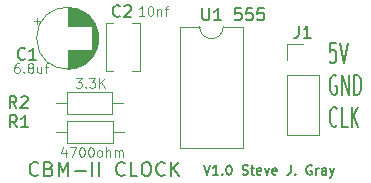
<source format=gbr>
%TF.GenerationSoftware,KiCad,Pcbnew,7.0.10*%
%TF.CreationDate,2024-05-11T20:48:23-04:00*%
%TF.ProjectId,b-clock,622d636c-6f63-46b2-9e6b-696361645f70,rev?*%
%TF.SameCoordinates,Original*%
%TF.FileFunction,Legend,Top*%
%TF.FilePolarity,Positive*%
%FSLAX46Y46*%
G04 Gerber Fmt 4.6, Leading zero omitted, Abs format (unit mm)*
G04 Created by KiCad (PCBNEW 7.0.10) date 2024-05-11 20:48:23*
%MOMM*%
%LPD*%
G01*
G04 APERTURE LIST*
%ADD10C,0.150000*%
%ADD11C,0.100000*%
%ADD12C,0.120000*%
G04 APERTURE END LIST*
D10*
X147447169Y-72910201D02*
X146970979Y-72910201D01*
X146970979Y-72910201D02*
X146923360Y-73710201D01*
X146923360Y-73710201D02*
X146970979Y-73630201D01*
X146970979Y-73630201D02*
X147066217Y-73550201D01*
X147066217Y-73550201D02*
X147304312Y-73550201D01*
X147304312Y-73550201D02*
X147399550Y-73630201D01*
X147399550Y-73630201D02*
X147447169Y-73710201D01*
X147447169Y-73710201D02*
X147494788Y-73870201D01*
X147494788Y-73870201D02*
X147494788Y-74270201D01*
X147494788Y-74270201D02*
X147447169Y-74430201D01*
X147447169Y-74430201D02*
X147399550Y-74510201D01*
X147399550Y-74510201D02*
X147304312Y-74590201D01*
X147304312Y-74590201D02*
X147066217Y-74590201D01*
X147066217Y-74590201D02*
X146970979Y-74510201D01*
X146970979Y-74510201D02*
X146923360Y-74430201D01*
X147780503Y-72910201D02*
X148113836Y-74590201D01*
X148113836Y-74590201D02*
X148447169Y-72910201D01*
X147494788Y-75695001D02*
X147399550Y-75615001D01*
X147399550Y-75615001D02*
X147256693Y-75615001D01*
X147256693Y-75615001D02*
X147113836Y-75695001D01*
X147113836Y-75695001D02*
X147018598Y-75855001D01*
X147018598Y-75855001D02*
X146970979Y-76015001D01*
X146970979Y-76015001D02*
X146923360Y-76335001D01*
X146923360Y-76335001D02*
X146923360Y-76575001D01*
X146923360Y-76575001D02*
X146970979Y-76895001D01*
X146970979Y-76895001D02*
X147018598Y-77055001D01*
X147018598Y-77055001D02*
X147113836Y-77215001D01*
X147113836Y-77215001D02*
X147256693Y-77295001D01*
X147256693Y-77295001D02*
X147351931Y-77295001D01*
X147351931Y-77295001D02*
X147494788Y-77215001D01*
X147494788Y-77215001D02*
X147542407Y-77135001D01*
X147542407Y-77135001D02*
X147542407Y-76575001D01*
X147542407Y-76575001D02*
X147351931Y-76575001D01*
X147970979Y-77295001D02*
X147970979Y-75615001D01*
X147970979Y-75615001D02*
X148542407Y-77295001D01*
X148542407Y-77295001D02*
X148542407Y-75615001D01*
X149018598Y-77295001D02*
X149018598Y-75615001D01*
X149018598Y-75615001D02*
X149256693Y-75615001D01*
X149256693Y-75615001D02*
X149399550Y-75695001D01*
X149399550Y-75695001D02*
X149494788Y-75855001D01*
X149494788Y-75855001D02*
X149542407Y-76015001D01*
X149542407Y-76015001D02*
X149590026Y-76335001D01*
X149590026Y-76335001D02*
X149590026Y-76575001D01*
X149590026Y-76575001D02*
X149542407Y-76895001D01*
X149542407Y-76895001D02*
X149494788Y-77055001D01*
X149494788Y-77055001D02*
X149399550Y-77215001D01*
X149399550Y-77215001D02*
X149256693Y-77295001D01*
X149256693Y-77295001D02*
X149018598Y-77295001D01*
X147542407Y-79839801D02*
X147494788Y-79919801D01*
X147494788Y-79919801D02*
X147351931Y-79999801D01*
X147351931Y-79999801D02*
X147256693Y-79999801D01*
X147256693Y-79999801D02*
X147113836Y-79919801D01*
X147113836Y-79919801D02*
X147018598Y-79759801D01*
X147018598Y-79759801D02*
X146970979Y-79599801D01*
X146970979Y-79599801D02*
X146923360Y-79279801D01*
X146923360Y-79279801D02*
X146923360Y-79039801D01*
X146923360Y-79039801D02*
X146970979Y-78719801D01*
X146970979Y-78719801D02*
X147018598Y-78559801D01*
X147018598Y-78559801D02*
X147113836Y-78399801D01*
X147113836Y-78399801D02*
X147256693Y-78319801D01*
X147256693Y-78319801D02*
X147351931Y-78319801D01*
X147351931Y-78319801D02*
X147494788Y-78399801D01*
X147494788Y-78399801D02*
X147542407Y-78479801D01*
X148447169Y-79999801D02*
X147970979Y-79999801D01*
X147970979Y-79999801D02*
X147970979Y-78319801D01*
X148780503Y-79999801D02*
X148780503Y-78319801D01*
X149351931Y-79999801D02*
X148923360Y-79039801D01*
X149351931Y-78319801D02*
X148780503Y-79279801D01*
X136268074Y-83269895D02*
X136534741Y-84069895D01*
X136534741Y-84069895D02*
X136801407Y-83269895D01*
X137487121Y-84069895D02*
X137029978Y-84069895D01*
X137258550Y-84069895D02*
X137258550Y-83269895D01*
X137258550Y-83269895D02*
X137182359Y-83384180D01*
X137182359Y-83384180D02*
X137106169Y-83460371D01*
X137106169Y-83460371D02*
X137029978Y-83498466D01*
X137829979Y-83993704D02*
X137868074Y-84031800D01*
X137868074Y-84031800D02*
X137829979Y-84069895D01*
X137829979Y-84069895D02*
X137791883Y-84031800D01*
X137791883Y-84031800D02*
X137829979Y-83993704D01*
X137829979Y-83993704D02*
X137829979Y-84069895D01*
X138363312Y-83269895D02*
X138439502Y-83269895D01*
X138439502Y-83269895D02*
X138515693Y-83307990D01*
X138515693Y-83307990D02*
X138553788Y-83346085D01*
X138553788Y-83346085D02*
X138591883Y-83422276D01*
X138591883Y-83422276D02*
X138629978Y-83574657D01*
X138629978Y-83574657D02*
X138629978Y-83765133D01*
X138629978Y-83765133D02*
X138591883Y-83917514D01*
X138591883Y-83917514D02*
X138553788Y-83993704D01*
X138553788Y-83993704D02*
X138515693Y-84031800D01*
X138515693Y-84031800D02*
X138439502Y-84069895D01*
X138439502Y-84069895D02*
X138363312Y-84069895D01*
X138363312Y-84069895D02*
X138287121Y-84031800D01*
X138287121Y-84031800D02*
X138249026Y-83993704D01*
X138249026Y-83993704D02*
X138210931Y-83917514D01*
X138210931Y-83917514D02*
X138172835Y-83765133D01*
X138172835Y-83765133D02*
X138172835Y-83574657D01*
X138172835Y-83574657D02*
X138210931Y-83422276D01*
X138210931Y-83422276D02*
X138249026Y-83346085D01*
X138249026Y-83346085D02*
X138287121Y-83307990D01*
X138287121Y-83307990D02*
X138363312Y-83269895D01*
X139544264Y-84031800D02*
X139658550Y-84069895D01*
X139658550Y-84069895D02*
X139849026Y-84069895D01*
X139849026Y-84069895D02*
X139925217Y-84031800D01*
X139925217Y-84031800D02*
X139963312Y-83993704D01*
X139963312Y-83993704D02*
X140001407Y-83917514D01*
X140001407Y-83917514D02*
X140001407Y-83841323D01*
X140001407Y-83841323D02*
X139963312Y-83765133D01*
X139963312Y-83765133D02*
X139925217Y-83727038D01*
X139925217Y-83727038D02*
X139849026Y-83688942D01*
X139849026Y-83688942D02*
X139696645Y-83650847D01*
X139696645Y-83650847D02*
X139620455Y-83612752D01*
X139620455Y-83612752D02*
X139582360Y-83574657D01*
X139582360Y-83574657D02*
X139544264Y-83498466D01*
X139544264Y-83498466D02*
X139544264Y-83422276D01*
X139544264Y-83422276D02*
X139582360Y-83346085D01*
X139582360Y-83346085D02*
X139620455Y-83307990D01*
X139620455Y-83307990D02*
X139696645Y-83269895D01*
X139696645Y-83269895D02*
X139887122Y-83269895D01*
X139887122Y-83269895D02*
X140001407Y-83307990D01*
X140229979Y-83536561D02*
X140534741Y-83536561D01*
X140344265Y-83269895D02*
X140344265Y-83955609D01*
X140344265Y-83955609D02*
X140382360Y-84031800D01*
X140382360Y-84031800D02*
X140458550Y-84069895D01*
X140458550Y-84069895D02*
X140534741Y-84069895D01*
X141106170Y-84031800D02*
X141029979Y-84069895D01*
X141029979Y-84069895D02*
X140877598Y-84069895D01*
X140877598Y-84069895D02*
X140801408Y-84031800D01*
X140801408Y-84031800D02*
X140763312Y-83955609D01*
X140763312Y-83955609D02*
X140763312Y-83650847D01*
X140763312Y-83650847D02*
X140801408Y-83574657D01*
X140801408Y-83574657D02*
X140877598Y-83536561D01*
X140877598Y-83536561D02*
X141029979Y-83536561D01*
X141029979Y-83536561D02*
X141106170Y-83574657D01*
X141106170Y-83574657D02*
X141144265Y-83650847D01*
X141144265Y-83650847D02*
X141144265Y-83727038D01*
X141144265Y-83727038D02*
X140763312Y-83803228D01*
X141410931Y-83536561D02*
X141601407Y-84069895D01*
X141601407Y-84069895D02*
X141791884Y-83536561D01*
X142401408Y-84031800D02*
X142325217Y-84069895D01*
X142325217Y-84069895D02*
X142172836Y-84069895D01*
X142172836Y-84069895D02*
X142096646Y-84031800D01*
X142096646Y-84031800D02*
X142058550Y-83955609D01*
X142058550Y-83955609D02*
X142058550Y-83650847D01*
X142058550Y-83650847D02*
X142096646Y-83574657D01*
X142096646Y-83574657D02*
X142172836Y-83536561D01*
X142172836Y-83536561D02*
X142325217Y-83536561D01*
X142325217Y-83536561D02*
X142401408Y-83574657D01*
X142401408Y-83574657D02*
X142439503Y-83650847D01*
X142439503Y-83650847D02*
X142439503Y-83727038D01*
X142439503Y-83727038D02*
X142058550Y-83803228D01*
X143620455Y-83269895D02*
X143620455Y-83841323D01*
X143620455Y-83841323D02*
X143582360Y-83955609D01*
X143582360Y-83955609D02*
X143506169Y-84031800D01*
X143506169Y-84031800D02*
X143391884Y-84069895D01*
X143391884Y-84069895D02*
X143315693Y-84069895D01*
X144001408Y-83993704D02*
X144039503Y-84031800D01*
X144039503Y-84031800D02*
X144001408Y-84069895D01*
X144001408Y-84069895D02*
X143963312Y-84031800D01*
X143963312Y-84031800D02*
X144001408Y-83993704D01*
X144001408Y-83993704D02*
X144001408Y-84069895D01*
X145410931Y-83307990D02*
X145334741Y-83269895D01*
X145334741Y-83269895D02*
X145220455Y-83269895D01*
X145220455Y-83269895D02*
X145106169Y-83307990D01*
X145106169Y-83307990D02*
X145029979Y-83384180D01*
X145029979Y-83384180D02*
X144991884Y-83460371D01*
X144991884Y-83460371D02*
X144953788Y-83612752D01*
X144953788Y-83612752D02*
X144953788Y-83727038D01*
X144953788Y-83727038D02*
X144991884Y-83879419D01*
X144991884Y-83879419D02*
X145029979Y-83955609D01*
X145029979Y-83955609D02*
X145106169Y-84031800D01*
X145106169Y-84031800D02*
X145220455Y-84069895D01*
X145220455Y-84069895D02*
X145296646Y-84069895D01*
X145296646Y-84069895D02*
X145410931Y-84031800D01*
X145410931Y-84031800D02*
X145449027Y-83993704D01*
X145449027Y-83993704D02*
X145449027Y-83727038D01*
X145449027Y-83727038D02*
X145296646Y-83727038D01*
X145791884Y-84069895D02*
X145791884Y-83536561D01*
X145791884Y-83688942D02*
X145829979Y-83612752D01*
X145829979Y-83612752D02*
X145868074Y-83574657D01*
X145868074Y-83574657D02*
X145944265Y-83536561D01*
X145944265Y-83536561D02*
X146020455Y-83536561D01*
X146629979Y-84069895D02*
X146629979Y-83650847D01*
X146629979Y-83650847D02*
X146591884Y-83574657D01*
X146591884Y-83574657D02*
X146515693Y-83536561D01*
X146515693Y-83536561D02*
X146363312Y-83536561D01*
X146363312Y-83536561D02*
X146287122Y-83574657D01*
X146629979Y-84031800D02*
X146553788Y-84069895D01*
X146553788Y-84069895D02*
X146363312Y-84069895D01*
X146363312Y-84069895D02*
X146287122Y-84031800D01*
X146287122Y-84031800D02*
X146249026Y-83955609D01*
X146249026Y-83955609D02*
X146249026Y-83879419D01*
X146249026Y-83879419D02*
X146287122Y-83803228D01*
X146287122Y-83803228D02*
X146363312Y-83765133D01*
X146363312Y-83765133D02*
X146553788Y-83765133D01*
X146553788Y-83765133D02*
X146629979Y-83727038D01*
X146934741Y-83536561D02*
X147125217Y-84069895D01*
X147315694Y-83536561D02*
X147125217Y-84069895D01*
X147125217Y-84069895D02*
X147049027Y-84260371D01*
X147049027Y-84260371D02*
X147010932Y-84298466D01*
X147010932Y-84298466D02*
X146934741Y-84336561D01*
D11*
X125427474Y-75906495D02*
X125922712Y-75906495D01*
X125922712Y-75906495D02*
X125656046Y-76211257D01*
X125656046Y-76211257D02*
X125770331Y-76211257D01*
X125770331Y-76211257D02*
X125846522Y-76249352D01*
X125846522Y-76249352D02*
X125884617Y-76287447D01*
X125884617Y-76287447D02*
X125922712Y-76363638D01*
X125922712Y-76363638D02*
X125922712Y-76554114D01*
X125922712Y-76554114D02*
X125884617Y-76630304D01*
X125884617Y-76630304D02*
X125846522Y-76668400D01*
X125846522Y-76668400D02*
X125770331Y-76706495D01*
X125770331Y-76706495D02*
X125541760Y-76706495D01*
X125541760Y-76706495D02*
X125465569Y-76668400D01*
X125465569Y-76668400D02*
X125427474Y-76630304D01*
X126265570Y-76630304D02*
X126303665Y-76668400D01*
X126303665Y-76668400D02*
X126265570Y-76706495D01*
X126265570Y-76706495D02*
X126227474Y-76668400D01*
X126227474Y-76668400D02*
X126265570Y-76630304D01*
X126265570Y-76630304D02*
X126265570Y-76706495D01*
X126570331Y-75906495D02*
X127065569Y-75906495D01*
X127065569Y-75906495D02*
X126798903Y-76211257D01*
X126798903Y-76211257D02*
X126913188Y-76211257D01*
X126913188Y-76211257D02*
X126989379Y-76249352D01*
X126989379Y-76249352D02*
X127027474Y-76287447D01*
X127027474Y-76287447D02*
X127065569Y-76363638D01*
X127065569Y-76363638D02*
X127065569Y-76554114D01*
X127065569Y-76554114D02*
X127027474Y-76630304D01*
X127027474Y-76630304D02*
X126989379Y-76668400D01*
X126989379Y-76668400D02*
X126913188Y-76706495D01*
X126913188Y-76706495D02*
X126684617Y-76706495D01*
X126684617Y-76706495D02*
X126608426Y-76668400D01*
X126608426Y-76668400D02*
X126570331Y-76630304D01*
X127408427Y-76706495D02*
X127408427Y-75906495D01*
X127865570Y-76706495D02*
X127522712Y-76249352D01*
X127865570Y-75906495D02*
X127408427Y-76363638D01*
D10*
X122253512Y-84084457D02*
X122196369Y-84141600D01*
X122196369Y-84141600D02*
X122024941Y-84198742D01*
X122024941Y-84198742D02*
X121910655Y-84198742D01*
X121910655Y-84198742D02*
X121739226Y-84141600D01*
X121739226Y-84141600D02*
X121624941Y-84027314D01*
X121624941Y-84027314D02*
X121567798Y-83913028D01*
X121567798Y-83913028D02*
X121510655Y-83684457D01*
X121510655Y-83684457D02*
X121510655Y-83513028D01*
X121510655Y-83513028D02*
X121567798Y-83284457D01*
X121567798Y-83284457D02*
X121624941Y-83170171D01*
X121624941Y-83170171D02*
X121739226Y-83055885D01*
X121739226Y-83055885D02*
X121910655Y-82998742D01*
X121910655Y-82998742D02*
X122024941Y-82998742D01*
X122024941Y-82998742D02*
X122196369Y-83055885D01*
X122196369Y-83055885D02*
X122253512Y-83113028D01*
X123167798Y-83570171D02*
X123339226Y-83627314D01*
X123339226Y-83627314D02*
X123396369Y-83684457D01*
X123396369Y-83684457D02*
X123453512Y-83798742D01*
X123453512Y-83798742D02*
X123453512Y-83970171D01*
X123453512Y-83970171D02*
X123396369Y-84084457D01*
X123396369Y-84084457D02*
X123339226Y-84141600D01*
X123339226Y-84141600D02*
X123224941Y-84198742D01*
X123224941Y-84198742D02*
X122767798Y-84198742D01*
X122767798Y-84198742D02*
X122767798Y-82998742D01*
X122767798Y-82998742D02*
X123167798Y-82998742D01*
X123167798Y-82998742D02*
X123282084Y-83055885D01*
X123282084Y-83055885D02*
X123339226Y-83113028D01*
X123339226Y-83113028D02*
X123396369Y-83227314D01*
X123396369Y-83227314D02*
X123396369Y-83341600D01*
X123396369Y-83341600D02*
X123339226Y-83455885D01*
X123339226Y-83455885D02*
X123282084Y-83513028D01*
X123282084Y-83513028D02*
X123167798Y-83570171D01*
X123167798Y-83570171D02*
X122767798Y-83570171D01*
X123967798Y-84198742D02*
X123967798Y-82998742D01*
X123967798Y-82998742D02*
X124367798Y-83855885D01*
X124367798Y-83855885D02*
X124767798Y-82998742D01*
X124767798Y-82998742D02*
X124767798Y-84198742D01*
X125339227Y-83741600D02*
X126253513Y-83741600D01*
X126824941Y-84198742D02*
X126824941Y-82998742D01*
X127396370Y-84198742D02*
X127396370Y-82998742D01*
X129567799Y-84084457D02*
X129510656Y-84141600D01*
X129510656Y-84141600D02*
X129339228Y-84198742D01*
X129339228Y-84198742D02*
X129224942Y-84198742D01*
X129224942Y-84198742D02*
X129053513Y-84141600D01*
X129053513Y-84141600D02*
X128939228Y-84027314D01*
X128939228Y-84027314D02*
X128882085Y-83913028D01*
X128882085Y-83913028D02*
X128824942Y-83684457D01*
X128824942Y-83684457D02*
X128824942Y-83513028D01*
X128824942Y-83513028D02*
X128882085Y-83284457D01*
X128882085Y-83284457D02*
X128939228Y-83170171D01*
X128939228Y-83170171D02*
X129053513Y-83055885D01*
X129053513Y-83055885D02*
X129224942Y-82998742D01*
X129224942Y-82998742D02*
X129339228Y-82998742D01*
X129339228Y-82998742D02*
X129510656Y-83055885D01*
X129510656Y-83055885D02*
X129567799Y-83113028D01*
X130653513Y-84198742D02*
X130082085Y-84198742D01*
X130082085Y-84198742D02*
X130082085Y-82998742D01*
X131282085Y-82998742D02*
X131510657Y-82998742D01*
X131510657Y-82998742D02*
X131624942Y-83055885D01*
X131624942Y-83055885D02*
X131739228Y-83170171D01*
X131739228Y-83170171D02*
X131796371Y-83398742D01*
X131796371Y-83398742D02*
X131796371Y-83798742D01*
X131796371Y-83798742D02*
X131739228Y-84027314D01*
X131739228Y-84027314D02*
X131624942Y-84141600D01*
X131624942Y-84141600D02*
X131510657Y-84198742D01*
X131510657Y-84198742D02*
X131282085Y-84198742D01*
X131282085Y-84198742D02*
X131167800Y-84141600D01*
X131167800Y-84141600D02*
X131053514Y-84027314D01*
X131053514Y-84027314D02*
X130996371Y-83798742D01*
X130996371Y-83798742D02*
X130996371Y-83398742D01*
X130996371Y-83398742D02*
X131053514Y-83170171D01*
X131053514Y-83170171D02*
X131167800Y-83055885D01*
X131167800Y-83055885D02*
X131282085Y-82998742D01*
X132996371Y-84084457D02*
X132939228Y-84141600D01*
X132939228Y-84141600D02*
X132767800Y-84198742D01*
X132767800Y-84198742D02*
X132653514Y-84198742D01*
X132653514Y-84198742D02*
X132482085Y-84141600D01*
X132482085Y-84141600D02*
X132367800Y-84027314D01*
X132367800Y-84027314D02*
X132310657Y-83913028D01*
X132310657Y-83913028D02*
X132253514Y-83684457D01*
X132253514Y-83684457D02*
X132253514Y-83513028D01*
X132253514Y-83513028D02*
X132310657Y-83284457D01*
X132310657Y-83284457D02*
X132367800Y-83170171D01*
X132367800Y-83170171D02*
X132482085Y-83055885D01*
X132482085Y-83055885D02*
X132653514Y-82998742D01*
X132653514Y-82998742D02*
X132767800Y-82998742D01*
X132767800Y-82998742D02*
X132939228Y-83055885D01*
X132939228Y-83055885D02*
X132996371Y-83113028D01*
X133510657Y-84198742D02*
X133510657Y-82998742D01*
X134196371Y-84198742D02*
X133682085Y-83513028D01*
X134196371Y-82998742D02*
X133510657Y-83684457D01*
D11*
X131231312Y-70610495D02*
X130774169Y-70610495D01*
X131002741Y-70610495D02*
X131002741Y-69810495D01*
X131002741Y-69810495D02*
X130926550Y-69924780D01*
X130926550Y-69924780D02*
X130850360Y-70000971D01*
X130850360Y-70000971D02*
X130774169Y-70039066D01*
X131726551Y-69810495D02*
X131802741Y-69810495D01*
X131802741Y-69810495D02*
X131878932Y-69848590D01*
X131878932Y-69848590D02*
X131917027Y-69886685D01*
X131917027Y-69886685D02*
X131955122Y-69962876D01*
X131955122Y-69962876D02*
X131993217Y-70115257D01*
X131993217Y-70115257D02*
X131993217Y-70305733D01*
X131993217Y-70305733D02*
X131955122Y-70458114D01*
X131955122Y-70458114D02*
X131917027Y-70534304D01*
X131917027Y-70534304D02*
X131878932Y-70572400D01*
X131878932Y-70572400D02*
X131802741Y-70610495D01*
X131802741Y-70610495D02*
X131726551Y-70610495D01*
X131726551Y-70610495D02*
X131650360Y-70572400D01*
X131650360Y-70572400D02*
X131612265Y-70534304D01*
X131612265Y-70534304D02*
X131574170Y-70458114D01*
X131574170Y-70458114D02*
X131536074Y-70305733D01*
X131536074Y-70305733D02*
X131536074Y-70115257D01*
X131536074Y-70115257D02*
X131574170Y-69962876D01*
X131574170Y-69962876D02*
X131612265Y-69886685D01*
X131612265Y-69886685D02*
X131650360Y-69848590D01*
X131650360Y-69848590D02*
X131726551Y-69810495D01*
X132336075Y-70077161D02*
X132336075Y-70610495D01*
X132336075Y-70153352D02*
X132374170Y-70115257D01*
X132374170Y-70115257D02*
X132450360Y-70077161D01*
X132450360Y-70077161D02*
X132564646Y-70077161D01*
X132564646Y-70077161D02*
X132640837Y-70115257D01*
X132640837Y-70115257D02*
X132678932Y-70191447D01*
X132678932Y-70191447D02*
X132678932Y-70610495D01*
X132945599Y-70077161D02*
X133250361Y-70077161D01*
X133059885Y-70610495D02*
X133059885Y-69924780D01*
X133059885Y-69924780D02*
X133097980Y-69848590D01*
X133097980Y-69848590D02*
X133174170Y-69810495D01*
X133174170Y-69810495D02*
X133250361Y-69810495D01*
X124576522Y-82015161D02*
X124576522Y-82548495D01*
X124386046Y-81710400D02*
X124195569Y-82281828D01*
X124195569Y-82281828D02*
X124690808Y-82281828D01*
X124919379Y-81748495D02*
X125452713Y-81748495D01*
X125452713Y-81748495D02*
X125109855Y-82548495D01*
X125909856Y-81748495D02*
X125986046Y-81748495D01*
X125986046Y-81748495D02*
X126062237Y-81786590D01*
X126062237Y-81786590D02*
X126100332Y-81824685D01*
X126100332Y-81824685D02*
X126138427Y-81900876D01*
X126138427Y-81900876D02*
X126176522Y-82053257D01*
X126176522Y-82053257D02*
X126176522Y-82243733D01*
X126176522Y-82243733D02*
X126138427Y-82396114D01*
X126138427Y-82396114D02*
X126100332Y-82472304D01*
X126100332Y-82472304D02*
X126062237Y-82510400D01*
X126062237Y-82510400D02*
X125986046Y-82548495D01*
X125986046Y-82548495D02*
X125909856Y-82548495D01*
X125909856Y-82548495D02*
X125833665Y-82510400D01*
X125833665Y-82510400D02*
X125795570Y-82472304D01*
X125795570Y-82472304D02*
X125757475Y-82396114D01*
X125757475Y-82396114D02*
X125719379Y-82243733D01*
X125719379Y-82243733D02*
X125719379Y-82053257D01*
X125719379Y-82053257D02*
X125757475Y-81900876D01*
X125757475Y-81900876D02*
X125795570Y-81824685D01*
X125795570Y-81824685D02*
X125833665Y-81786590D01*
X125833665Y-81786590D02*
X125909856Y-81748495D01*
X126671761Y-81748495D02*
X126747951Y-81748495D01*
X126747951Y-81748495D02*
X126824142Y-81786590D01*
X126824142Y-81786590D02*
X126862237Y-81824685D01*
X126862237Y-81824685D02*
X126900332Y-81900876D01*
X126900332Y-81900876D02*
X126938427Y-82053257D01*
X126938427Y-82053257D02*
X126938427Y-82243733D01*
X126938427Y-82243733D02*
X126900332Y-82396114D01*
X126900332Y-82396114D02*
X126862237Y-82472304D01*
X126862237Y-82472304D02*
X126824142Y-82510400D01*
X126824142Y-82510400D02*
X126747951Y-82548495D01*
X126747951Y-82548495D02*
X126671761Y-82548495D01*
X126671761Y-82548495D02*
X126595570Y-82510400D01*
X126595570Y-82510400D02*
X126557475Y-82472304D01*
X126557475Y-82472304D02*
X126519380Y-82396114D01*
X126519380Y-82396114D02*
X126481284Y-82243733D01*
X126481284Y-82243733D02*
X126481284Y-82053257D01*
X126481284Y-82053257D02*
X126519380Y-81900876D01*
X126519380Y-81900876D02*
X126557475Y-81824685D01*
X126557475Y-81824685D02*
X126595570Y-81786590D01*
X126595570Y-81786590D02*
X126671761Y-81748495D01*
X127395570Y-82548495D02*
X127319380Y-82510400D01*
X127319380Y-82510400D02*
X127281285Y-82472304D01*
X127281285Y-82472304D02*
X127243189Y-82396114D01*
X127243189Y-82396114D02*
X127243189Y-82167542D01*
X127243189Y-82167542D02*
X127281285Y-82091352D01*
X127281285Y-82091352D02*
X127319380Y-82053257D01*
X127319380Y-82053257D02*
X127395570Y-82015161D01*
X127395570Y-82015161D02*
X127509856Y-82015161D01*
X127509856Y-82015161D02*
X127586047Y-82053257D01*
X127586047Y-82053257D02*
X127624142Y-82091352D01*
X127624142Y-82091352D02*
X127662237Y-82167542D01*
X127662237Y-82167542D02*
X127662237Y-82396114D01*
X127662237Y-82396114D02*
X127624142Y-82472304D01*
X127624142Y-82472304D02*
X127586047Y-82510400D01*
X127586047Y-82510400D02*
X127509856Y-82548495D01*
X127509856Y-82548495D02*
X127395570Y-82548495D01*
X128005095Y-82548495D02*
X128005095Y-81748495D01*
X128347952Y-82548495D02*
X128347952Y-82129447D01*
X128347952Y-82129447D02*
X128309857Y-82053257D01*
X128309857Y-82053257D02*
X128233666Y-82015161D01*
X128233666Y-82015161D02*
X128119380Y-82015161D01*
X128119380Y-82015161D02*
X128043190Y-82053257D01*
X128043190Y-82053257D02*
X128005095Y-82091352D01*
X128728905Y-82548495D02*
X128728905Y-82015161D01*
X128728905Y-82091352D02*
X128767000Y-82053257D01*
X128767000Y-82053257D02*
X128843190Y-82015161D01*
X128843190Y-82015161D02*
X128957476Y-82015161D01*
X128957476Y-82015161D02*
X129033667Y-82053257D01*
X129033667Y-82053257D02*
X129071762Y-82129447D01*
X129071762Y-82129447D02*
X129071762Y-82548495D01*
X129071762Y-82129447D02*
X129109857Y-82053257D01*
X129109857Y-82053257D02*
X129186048Y-82015161D01*
X129186048Y-82015161D02*
X129300333Y-82015161D01*
X129300333Y-82015161D02*
X129376524Y-82053257D01*
X129376524Y-82053257D02*
X129414619Y-82129447D01*
X129414619Y-82129447D02*
X129414619Y-82548495D01*
X120614122Y-74661895D02*
X120461741Y-74661895D01*
X120461741Y-74661895D02*
X120385550Y-74699990D01*
X120385550Y-74699990D02*
X120347455Y-74738085D01*
X120347455Y-74738085D02*
X120271265Y-74852371D01*
X120271265Y-74852371D02*
X120233169Y-75004752D01*
X120233169Y-75004752D02*
X120233169Y-75309514D01*
X120233169Y-75309514D02*
X120271265Y-75385704D01*
X120271265Y-75385704D02*
X120309360Y-75423800D01*
X120309360Y-75423800D02*
X120385550Y-75461895D01*
X120385550Y-75461895D02*
X120537931Y-75461895D01*
X120537931Y-75461895D02*
X120614122Y-75423800D01*
X120614122Y-75423800D02*
X120652217Y-75385704D01*
X120652217Y-75385704D02*
X120690312Y-75309514D01*
X120690312Y-75309514D02*
X120690312Y-75119038D01*
X120690312Y-75119038D02*
X120652217Y-75042847D01*
X120652217Y-75042847D02*
X120614122Y-75004752D01*
X120614122Y-75004752D02*
X120537931Y-74966657D01*
X120537931Y-74966657D02*
X120385550Y-74966657D01*
X120385550Y-74966657D02*
X120309360Y-75004752D01*
X120309360Y-75004752D02*
X120271265Y-75042847D01*
X120271265Y-75042847D02*
X120233169Y-75119038D01*
X121033170Y-75385704D02*
X121071265Y-75423800D01*
X121071265Y-75423800D02*
X121033170Y-75461895D01*
X121033170Y-75461895D02*
X120995074Y-75423800D01*
X120995074Y-75423800D02*
X121033170Y-75385704D01*
X121033170Y-75385704D02*
X121033170Y-75461895D01*
X121528407Y-75004752D02*
X121452217Y-74966657D01*
X121452217Y-74966657D02*
X121414122Y-74928561D01*
X121414122Y-74928561D02*
X121376026Y-74852371D01*
X121376026Y-74852371D02*
X121376026Y-74814276D01*
X121376026Y-74814276D02*
X121414122Y-74738085D01*
X121414122Y-74738085D02*
X121452217Y-74699990D01*
X121452217Y-74699990D02*
X121528407Y-74661895D01*
X121528407Y-74661895D02*
X121680788Y-74661895D01*
X121680788Y-74661895D02*
X121756979Y-74699990D01*
X121756979Y-74699990D02*
X121795074Y-74738085D01*
X121795074Y-74738085D02*
X121833169Y-74814276D01*
X121833169Y-74814276D02*
X121833169Y-74852371D01*
X121833169Y-74852371D02*
X121795074Y-74928561D01*
X121795074Y-74928561D02*
X121756979Y-74966657D01*
X121756979Y-74966657D02*
X121680788Y-75004752D01*
X121680788Y-75004752D02*
X121528407Y-75004752D01*
X121528407Y-75004752D02*
X121452217Y-75042847D01*
X121452217Y-75042847D02*
X121414122Y-75080942D01*
X121414122Y-75080942D02*
X121376026Y-75157133D01*
X121376026Y-75157133D02*
X121376026Y-75309514D01*
X121376026Y-75309514D02*
X121414122Y-75385704D01*
X121414122Y-75385704D02*
X121452217Y-75423800D01*
X121452217Y-75423800D02*
X121528407Y-75461895D01*
X121528407Y-75461895D02*
X121680788Y-75461895D01*
X121680788Y-75461895D02*
X121756979Y-75423800D01*
X121756979Y-75423800D02*
X121795074Y-75385704D01*
X121795074Y-75385704D02*
X121833169Y-75309514D01*
X121833169Y-75309514D02*
X121833169Y-75157133D01*
X121833169Y-75157133D02*
X121795074Y-75080942D01*
X121795074Y-75080942D02*
X121756979Y-75042847D01*
X121756979Y-75042847D02*
X121680788Y-75004752D01*
X122518884Y-74928561D02*
X122518884Y-75461895D01*
X122176027Y-74928561D02*
X122176027Y-75347609D01*
X122176027Y-75347609D02*
X122214122Y-75423800D01*
X122214122Y-75423800D02*
X122290312Y-75461895D01*
X122290312Y-75461895D02*
X122404598Y-75461895D01*
X122404598Y-75461895D02*
X122480789Y-75423800D01*
X122480789Y-75423800D02*
X122518884Y-75385704D01*
X122785551Y-74928561D02*
X123090313Y-74928561D01*
X122899837Y-75461895D02*
X122899837Y-74776180D01*
X122899837Y-74776180D02*
X122937932Y-74699990D01*
X122937932Y-74699990D02*
X123014122Y-74661895D01*
X123014122Y-74661895D02*
X123090313Y-74661895D01*
D10*
X139420769Y-69989819D02*
X138944579Y-69989819D01*
X138944579Y-69989819D02*
X138896960Y-70466009D01*
X138896960Y-70466009D02*
X138944579Y-70418390D01*
X138944579Y-70418390D02*
X139039817Y-70370771D01*
X139039817Y-70370771D02*
X139277912Y-70370771D01*
X139277912Y-70370771D02*
X139373150Y-70418390D01*
X139373150Y-70418390D02*
X139420769Y-70466009D01*
X139420769Y-70466009D02*
X139468388Y-70561247D01*
X139468388Y-70561247D02*
X139468388Y-70799342D01*
X139468388Y-70799342D02*
X139420769Y-70894580D01*
X139420769Y-70894580D02*
X139373150Y-70942200D01*
X139373150Y-70942200D02*
X139277912Y-70989819D01*
X139277912Y-70989819D02*
X139039817Y-70989819D01*
X139039817Y-70989819D02*
X138944579Y-70942200D01*
X138944579Y-70942200D02*
X138896960Y-70894580D01*
X140373150Y-69989819D02*
X139896960Y-69989819D01*
X139896960Y-69989819D02*
X139849341Y-70466009D01*
X139849341Y-70466009D02*
X139896960Y-70418390D01*
X139896960Y-70418390D02*
X139992198Y-70370771D01*
X139992198Y-70370771D02*
X140230293Y-70370771D01*
X140230293Y-70370771D02*
X140325531Y-70418390D01*
X140325531Y-70418390D02*
X140373150Y-70466009D01*
X140373150Y-70466009D02*
X140420769Y-70561247D01*
X140420769Y-70561247D02*
X140420769Y-70799342D01*
X140420769Y-70799342D02*
X140373150Y-70894580D01*
X140373150Y-70894580D02*
X140325531Y-70942200D01*
X140325531Y-70942200D02*
X140230293Y-70989819D01*
X140230293Y-70989819D02*
X139992198Y-70989819D01*
X139992198Y-70989819D02*
X139896960Y-70942200D01*
X139896960Y-70942200D02*
X139849341Y-70894580D01*
X141325531Y-69989819D02*
X140849341Y-69989819D01*
X140849341Y-69989819D02*
X140801722Y-70466009D01*
X140801722Y-70466009D02*
X140849341Y-70418390D01*
X140849341Y-70418390D02*
X140944579Y-70370771D01*
X140944579Y-70370771D02*
X141182674Y-70370771D01*
X141182674Y-70370771D02*
X141277912Y-70418390D01*
X141277912Y-70418390D02*
X141325531Y-70466009D01*
X141325531Y-70466009D02*
X141373150Y-70561247D01*
X141373150Y-70561247D02*
X141373150Y-70799342D01*
X141373150Y-70799342D02*
X141325531Y-70894580D01*
X141325531Y-70894580D02*
X141277912Y-70942200D01*
X141277912Y-70942200D02*
X141182674Y-70989819D01*
X141182674Y-70989819D02*
X140944579Y-70989819D01*
X140944579Y-70989819D02*
X140849341Y-70942200D01*
X140849341Y-70942200D02*
X140801722Y-70894580D01*
X120407133Y-78432819D02*
X120073800Y-77956628D01*
X119835705Y-78432819D02*
X119835705Y-77432819D01*
X119835705Y-77432819D02*
X120216657Y-77432819D01*
X120216657Y-77432819D02*
X120311895Y-77480438D01*
X120311895Y-77480438D02*
X120359514Y-77528057D01*
X120359514Y-77528057D02*
X120407133Y-77623295D01*
X120407133Y-77623295D02*
X120407133Y-77766152D01*
X120407133Y-77766152D02*
X120359514Y-77861390D01*
X120359514Y-77861390D02*
X120311895Y-77909009D01*
X120311895Y-77909009D02*
X120216657Y-77956628D01*
X120216657Y-77956628D02*
X119835705Y-77956628D01*
X120788086Y-77528057D02*
X120835705Y-77480438D01*
X120835705Y-77480438D02*
X120930943Y-77432819D01*
X120930943Y-77432819D02*
X121169038Y-77432819D01*
X121169038Y-77432819D02*
X121264276Y-77480438D01*
X121264276Y-77480438D02*
X121311895Y-77528057D01*
X121311895Y-77528057D02*
X121359514Y-77623295D01*
X121359514Y-77623295D02*
X121359514Y-77718533D01*
X121359514Y-77718533D02*
X121311895Y-77861390D01*
X121311895Y-77861390D02*
X120740467Y-78432819D01*
X120740467Y-78432819D02*
X121359514Y-78432819D01*
X144319666Y-71470619D02*
X144319666Y-72184904D01*
X144319666Y-72184904D02*
X144272047Y-72327761D01*
X144272047Y-72327761D02*
X144176809Y-72423000D01*
X144176809Y-72423000D02*
X144033952Y-72470619D01*
X144033952Y-72470619D02*
X143938714Y-72470619D01*
X145319666Y-72470619D02*
X144748238Y-72470619D01*
X145033952Y-72470619D02*
X145033952Y-71470619D01*
X145033952Y-71470619D02*
X144938714Y-71613476D01*
X144938714Y-71613476D02*
X144843476Y-71708714D01*
X144843476Y-71708714D02*
X144748238Y-71756333D01*
X121118333Y-74248180D02*
X121070714Y-74295800D01*
X121070714Y-74295800D02*
X120927857Y-74343419D01*
X120927857Y-74343419D02*
X120832619Y-74343419D01*
X120832619Y-74343419D02*
X120689762Y-74295800D01*
X120689762Y-74295800D02*
X120594524Y-74200561D01*
X120594524Y-74200561D02*
X120546905Y-74105323D01*
X120546905Y-74105323D02*
X120499286Y-73914847D01*
X120499286Y-73914847D02*
X120499286Y-73771990D01*
X120499286Y-73771990D02*
X120546905Y-73581514D01*
X120546905Y-73581514D02*
X120594524Y-73486276D01*
X120594524Y-73486276D02*
X120689762Y-73391038D01*
X120689762Y-73391038D02*
X120832619Y-73343419D01*
X120832619Y-73343419D02*
X120927857Y-73343419D01*
X120927857Y-73343419D02*
X121070714Y-73391038D01*
X121070714Y-73391038D02*
X121118333Y-73438657D01*
X122070714Y-74343419D02*
X121499286Y-74343419D01*
X121785000Y-74343419D02*
X121785000Y-73343419D01*
X121785000Y-73343419D02*
X121689762Y-73486276D01*
X121689762Y-73486276D02*
X121594524Y-73581514D01*
X121594524Y-73581514D02*
X121499286Y-73629133D01*
X129170133Y-70615980D02*
X129122514Y-70663600D01*
X129122514Y-70663600D02*
X128979657Y-70711219D01*
X128979657Y-70711219D02*
X128884419Y-70711219D01*
X128884419Y-70711219D02*
X128741562Y-70663600D01*
X128741562Y-70663600D02*
X128646324Y-70568361D01*
X128646324Y-70568361D02*
X128598705Y-70473123D01*
X128598705Y-70473123D02*
X128551086Y-70282647D01*
X128551086Y-70282647D02*
X128551086Y-70139790D01*
X128551086Y-70139790D02*
X128598705Y-69949314D01*
X128598705Y-69949314D02*
X128646324Y-69854076D01*
X128646324Y-69854076D02*
X128741562Y-69758838D01*
X128741562Y-69758838D02*
X128884419Y-69711219D01*
X128884419Y-69711219D02*
X128979657Y-69711219D01*
X128979657Y-69711219D02*
X129122514Y-69758838D01*
X129122514Y-69758838D02*
X129170133Y-69806457D01*
X129551086Y-69806457D02*
X129598705Y-69758838D01*
X129598705Y-69758838D02*
X129693943Y-69711219D01*
X129693943Y-69711219D02*
X129932038Y-69711219D01*
X129932038Y-69711219D02*
X130027276Y-69758838D01*
X130027276Y-69758838D02*
X130074895Y-69806457D01*
X130074895Y-69806457D02*
X130122514Y-69901695D01*
X130122514Y-69901695D02*
X130122514Y-69996933D01*
X130122514Y-69996933D02*
X130074895Y-70139790D01*
X130074895Y-70139790D02*
X129503467Y-70711219D01*
X129503467Y-70711219D02*
X130122514Y-70711219D01*
X136153695Y-70003419D02*
X136153695Y-70812942D01*
X136153695Y-70812942D02*
X136201314Y-70908180D01*
X136201314Y-70908180D02*
X136248933Y-70955800D01*
X136248933Y-70955800D02*
X136344171Y-71003419D01*
X136344171Y-71003419D02*
X136534647Y-71003419D01*
X136534647Y-71003419D02*
X136629885Y-70955800D01*
X136629885Y-70955800D02*
X136677504Y-70908180D01*
X136677504Y-70908180D02*
X136725123Y-70812942D01*
X136725123Y-70812942D02*
X136725123Y-70003419D01*
X137725123Y-71003419D02*
X137153695Y-71003419D01*
X137439409Y-71003419D02*
X137439409Y-70003419D01*
X137439409Y-70003419D02*
X137344171Y-70146276D01*
X137344171Y-70146276D02*
X137248933Y-70241514D01*
X137248933Y-70241514D02*
X137153695Y-70289133D01*
X120432533Y-80058419D02*
X120099200Y-79582228D01*
X119861105Y-80058419D02*
X119861105Y-79058419D01*
X119861105Y-79058419D02*
X120242057Y-79058419D01*
X120242057Y-79058419D02*
X120337295Y-79106038D01*
X120337295Y-79106038D02*
X120384914Y-79153657D01*
X120384914Y-79153657D02*
X120432533Y-79248895D01*
X120432533Y-79248895D02*
X120432533Y-79391752D01*
X120432533Y-79391752D02*
X120384914Y-79486990D01*
X120384914Y-79486990D02*
X120337295Y-79534609D01*
X120337295Y-79534609D02*
X120242057Y-79582228D01*
X120242057Y-79582228D02*
X119861105Y-79582228D01*
X121384914Y-80058419D02*
X120813486Y-80058419D01*
X121099200Y-80058419D02*
X121099200Y-79058419D01*
X121099200Y-79058419D02*
X121003962Y-79201276D01*
X121003962Y-79201276D02*
X120908724Y-79296514D01*
X120908724Y-79296514D02*
X120813486Y-79344133D01*
D12*
%TO.C,R2*%
X123723600Y-77978000D02*
X124673600Y-77978000D01*
X124673600Y-77058000D02*
X124673600Y-78898000D01*
X124673600Y-78898000D02*
X128513600Y-78898000D01*
X128513600Y-77058000D02*
X124673600Y-77058000D01*
X128513600Y-78898000D02*
X128513600Y-77058000D01*
X129463600Y-77978000D02*
X128513600Y-77978000D01*
%TO.C,J1*%
X143323000Y-73015800D02*
X144653000Y-73015800D01*
X143323000Y-74345800D02*
X143323000Y-73015800D01*
X143323000Y-75615800D02*
X143323000Y-80755800D01*
X143323000Y-75615800D02*
X145983000Y-75615800D01*
X143323000Y-80755800D02*
X145983000Y-80755800D01*
X145983000Y-75615800D02*
X145983000Y-80755800D01*
%TO.C,C1*%
X121925225Y-71042000D02*
X122425225Y-71042000D01*
X122175225Y-70792000D02*
X122175225Y-71292000D01*
X124730000Y-69937000D02*
X124730000Y-71477000D01*
X124730000Y-73557000D02*
X124730000Y-75097000D01*
X124770000Y-69937000D02*
X124770000Y-71477000D01*
X124770000Y-73557000D02*
X124770000Y-75097000D01*
X124810000Y-69938000D02*
X124810000Y-71477000D01*
X124810000Y-73557000D02*
X124810000Y-75096000D01*
X124850000Y-69939000D02*
X124850000Y-71477000D01*
X124850000Y-73557000D02*
X124850000Y-75095000D01*
X124890000Y-69941000D02*
X124890000Y-71477000D01*
X124890000Y-73557000D02*
X124890000Y-75093000D01*
X124930000Y-69944000D02*
X124930000Y-71477000D01*
X124930000Y-73557000D02*
X124930000Y-75090000D01*
X124970000Y-69948000D02*
X124970000Y-71477000D01*
X124970000Y-73557000D02*
X124970000Y-75086000D01*
X125010000Y-69952000D02*
X125010000Y-71477000D01*
X125010000Y-73557000D02*
X125010000Y-75082000D01*
X125050000Y-69956000D02*
X125050000Y-71477000D01*
X125050000Y-73557000D02*
X125050000Y-75078000D01*
X125090000Y-69961000D02*
X125090000Y-71477000D01*
X125090000Y-73557000D02*
X125090000Y-75073000D01*
X125130000Y-69967000D02*
X125130000Y-71477000D01*
X125130000Y-73557000D02*
X125130000Y-75067000D01*
X125170000Y-69974000D02*
X125170000Y-71477000D01*
X125170000Y-73557000D02*
X125170000Y-75060000D01*
X125210000Y-69981000D02*
X125210000Y-71477000D01*
X125210000Y-73557000D02*
X125210000Y-75053000D01*
X125250000Y-69989000D02*
X125250000Y-71477000D01*
X125250000Y-73557000D02*
X125250000Y-75045000D01*
X125290000Y-69997000D02*
X125290000Y-71477000D01*
X125290000Y-73557000D02*
X125290000Y-75037000D01*
X125330000Y-70006000D02*
X125330000Y-71477000D01*
X125330000Y-73557000D02*
X125330000Y-75028000D01*
X125370000Y-70016000D02*
X125370000Y-71477000D01*
X125370000Y-73557000D02*
X125370000Y-75018000D01*
X125410000Y-70026000D02*
X125410000Y-71477000D01*
X125410000Y-73557000D02*
X125410000Y-75008000D01*
X125451000Y-70037000D02*
X125451000Y-71477000D01*
X125451000Y-73557000D02*
X125451000Y-74997000D01*
X125491000Y-70049000D02*
X125491000Y-71477000D01*
X125491000Y-73557000D02*
X125491000Y-74985000D01*
X125531000Y-70062000D02*
X125531000Y-71477000D01*
X125531000Y-73557000D02*
X125531000Y-74972000D01*
X125571000Y-70075000D02*
X125571000Y-71477000D01*
X125571000Y-73557000D02*
X125571000Y-74959000D01*
X125611000Y-70089000D02*
X125611000Y-71477000D01*
X125611000Y-73557000D02*
X125611000Y-74945000D01*
X125651000Y-70103000D02*
X125651000Y-71477000D01*
X125651000Y-73557000D02*
X125651000Y-74931000D01*
X125691000Y-70119000D02*
X125691000Y-71477000D01*
X125691000Y-73557000D02*
X125691000Y-74915000D01*
X125731000Y-70135000D02*
X125731000Y-71477000D01*
X125731000Y-73557000D02*
X125731000Y-74899000D01*
X125771000Y-70152000D02*
X125771000Y-71477000D01*
X125771000Y-73557000D02*
X125771000Y-74882000D01*
X125811000Y-70169000D02*
X125811000Y-71477000D01*
X125811000Y-73557000D02*
X125811000Y-74865000D01*
X125851000Y-70188000D02*
X125851000Y-71477000D01*
X125851000Y-73557000D02*
X125851000Y-74846000D01*
X125891000Y-70207000D02*
X125891000Y-71477000D01*
X125891000Y-73557000D02*
X125891000Y-74827000D01*
X125931000Y-70227000D02*
X125931000Y-71477000D01*
X125931000Y-73557000D02*
X125931000Y-74807000D01*
X125971000Y-70249000D02*
X125971000Y-71477000D01*
X125971000Y-73557000D02*
X125971000Y-74785000D01*
X126011000Y-70270000D02*
X126011000Y-71477000D01*
X126011000Y-73557000D02*
X126011000Y-74764000D01*
X126051000Y-70293000D02*
X126051000Y-71477000D01*
X126051000Y-73557000D02*
X126051000Y-74741000D01*
X126091000Y-70317000D02*
X126091000Y-71477000D01*
X126091000Y-73557000D02*
X126091000Y-74717000D01*
X126131000Y-70342000D02*
X126131000Y-71477000D01*
X126131000Y-73557000D02*
X126131000Y-74692000D01*
X126171000Y-70368000D02*
X126171000Y-71477000D01*
X126171000Y-73557000D02*
X126171000Y-74666000D01*
X126211000Y-70395000D02*
X126211000Y-71477000D01*
X126211000Y-73557000D02*
X126211000Y-74639000D01*
X126251000Y-70422000D02*
X126251000Y-71477000D01*
X126251000Y-73557000D02*
X126251000Y-74612000D01*
X126291000Y-70452000D02*
X126291000Y-71477000D01*
X126291000Y-73557000D02*
X126291000Y-74582000D01*
X126331000Y-70482000D02*
X126331000Y-71477000D01*
X126331000Y-73557000D02*
X126331000Y-74552000D01*
X126371000Y-70513000D02*
X126371000Y-71477000D01*
X126371000Y-73557000D02*
X126371000Y-74521000D01*
X126411000Y-70546000D02*
X126411000Y-71477000D01*
X126411000Y-73557000D02*
X126411000Y-74488000D01*
X126451000Y-70580000D02*
X126451000Y-71477000D01*
X126451000Y-73557000D02*
X126451000Y-74454000D01*
X126491000Y-70616000D02*
X126491000Y-71477000D01*
X126491000Y-73557000D02*
X126491000Y-74418000D01*
X126531000Y-70653000D02*
X126531000Y-71477000D01*
X126531000Y-73557000D02*
X126531000Y-74381000D01*
X126571000Y-70691000D02*
X126571000Y-71477000D01*
X126571000Y-73557000D02*
X126571000Y-74343000D01*
X126611000Y-70732000D02*
X126611000Y-71477000D01*
X126611000Y-73557000D02*
X126611000Y-74302000D01*
X126651000Y-70774000D02*
X126651000Y-71477000D01*
X126651000Y-73557000D02*
X126651000Y-74260000D01*
X126691000Y-70818000D02*
X126691000Y-71477000D01*
X126691000Y-73557000D02*
X126691000Y-74216000D01*
X126731000Y-70864000D02*
X126731000Y-71477000D01*
X126731000Y-73557000D02*
X126731000Y-74170000D01*
X126771000Y-70912000D02*
X126771000Y-74122000D01*
X126811000Y-70963000D02*
X126811000Y-74071000D01*
X126851000Y-71017000D02*
X126851000Y-74017000D01*
X126891000Y-71074000D02*
X126891000Y-73960000D01*
X126931000Y-71134000D02*
X126931000Y-73900000D01*
X126971000Y-71198000D02*
X126971000Y-73836000D01*
X127011000Y-71266000D02*
X127011000Y-73768000D01*
X127051000Y-71339000D02*
X127051000Y-73695000D01*
X127091000Y-71419000D02*
X127091000Y-73615000D01*
X127131000Y-71506000D02*
X127131000Y-73528000D01*
X127171000Y-71602000D02*
X127171000Y-73432000D01*
X127211000Y-71712000D02*
X127211000Y-73322000D01*
X127251000Y-71840000D02*
X127251000Y-73194000D01*
X127291000Y-71999000D02*
X127291000Y-73035000D01*
X127331000Y-72233000D02*
X127331000Y-72801000D01*
X127350000Y-72517000D02*
G75*
G03*
X122110000Y-72517000I-2620000J0D01*
G01*
X122110000Y-72517000D02*
G75*
G03*
X127350000Y-72517000I2620000J0D01*
G01*
%TO.C,C2*%
X127993000Y-75304400D02*
X128618000Y-75304400D01*
X127993000Y-75304400D02*
X127993000Y-71264400D01*
X130208000Y-75304400D02*
X130833000Y-75304400D01*
X130833000Y-75304400D02*
X130833000Y-71264400D01*
X127993000Y-71264400D02*
X128618000Y-71264400D01*
X130208000Y-71264400D02*
X130833000Y-71264400D01*
%TO.C,U1*%
X134265600Y-71548600D02*
X134265600Y-81828600D01*
X134265600Y-81828600D02*
X139565600Y-81828600D01*
X135915600Y-71548600D02*
X134265600Y-71548600D01*
X139565600Y-71548600D02*
X137915600Y-71548600D01*
X139565600Y-81828600D02*
X139565600Y-71548600D01*
X135915600Y-71548600D02*
G75*
G03*
X137915600Y-71548600I1000000J0D01*
G01*
%TO.C,R1*%
X123774400Y-80492600D02*
X124724400Y-80492600D01*
X124724400Y-79572600D02*
X124724400Y-81412600D01*
X124724400Y-81412600D02*
X128564400Y-81412600D01*
X128564400Y-79572600D02*
X124724400Y-79572600D01*
X128564400Y-81412600D02*
X128564400Y-79572600D01*
X129514400Y-80492600D02*
X128564400Y-80492600D01*
%TD*%
M02*

</source>
